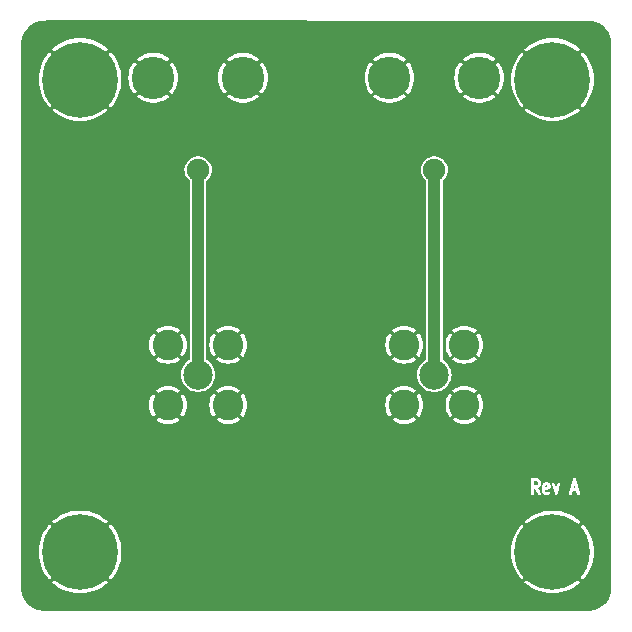
<source format=gtl>
%TF.GenerationSoftware,KiCad,Pcbnew,7.0.10-7.0.10~ubuntu22.04.1*%
%TF.CreationDate,2024-01-03T18:20:11-08:00*%
%TF.ProjectId,YamhillBNCAntennaBoard,59616d68-696c-46c4-924e-43416e74656e,A*%
%TF.SameCoordinates,Original*%
%TF.FileFunction,Copper,L1,Top*%
%TF.FilePolarity,Positive*%
%FSLAX46Y46*%
G04 Gerber Fmt 4.6, Leading zero omitted, Abs format (unit mm)*
G04 Created by KiCad (PCBNEW 7.0.10-7.0.10~ubuntu22.04.1) date 2024-01-03 18:20:11*
%MOMM*%
%LPD*%
G01*
G04 APERTURE LIST*
%ADD10C,0.250000*%
%TA.AperFunction,ComponentPad*%
%ADD11C,0.800000*%
%TD*%
%TA.AperFunction,ComponentPad*%
%ADD12C,6.400000*%
%TD*%
%TA.AperFunction,ComponentPad*%
%ADD13C,2.500000*%
%TD*%
%TA.AperFunction,ComponentPad*%
%ADD14C,2.600000*%
%TD*%
%TA.AperFunction,ComponentPad*%
%ADD15C,1.900000*%
%TD*%
%TA.AperFunction,ComponentPad*%
%ADD16C,3.600000*%
%TD*%
%TA.AperFunction,ViaPad*%
%ADD17C,0.600000*%
%TD*%
%TA.AperFunction,Conductor*%
%ADD18C,1.000000*%
%TD*%
G04 APERTURE END LIST*
D10*
G36*
X144583949Y-89383316D02*
G01*
X144602629Y-89428149D01*
X144379949Y-89481593D01*
X144379949Y-89436571D01*
X144402138Y-89383316D01*
X144432429Y-89365142D01*
X144553658Y-89365142D01*
X144583949Y-89383316D01*
G37*
G36*
X143696287Y-88993576D02*
G01*
X143718256Y-89019940D01*
X143748996Y-89093714D01*
X143748996Y-89215141D01*
X143718256Y-89288915D01*
X143696287Y-89315279D01*
X143648896Y-89343714D01*
X143427568Y-89343714D01*
X143427568Y-88965142D01*
X143648896Y-88965142D01*
X143696287Y-88993576D01*
G37*
G36*
X146947637Y-89572285D02*
G01*
X146800357Y-89572285D01*
X146873997Y-89307181D01*
X146947637Y-89572285D01*
G37*
G36*
X147503746Y-90336571D02*
G01*
X143006139Y-90336571D01*
X143006139Y-90040142D01*
X143177568Y-90040142D01*
X143197411Y-90107722D01*
X143250641Y-90153846D01*
X143320357Y-90163870D01*
X143384426Y-90134611D01*
X143422505Y-90075359D01*
X143427568Y-90040142D01*
X143427568Y-89593714D01*
X143468867Y-89593714D01*
X143766023Y-90103126D01*
X143817215Y-90151501D01*
X143886435Y-90164521D01*
X143951705Y-90138052D01*
X143992303Y-90080496D01*
X143995340Y-90010129D01*
X143981968Y-89977158D01*
X143918709Y-89868714D01*
X144129949Y-89868714D01*
X144131922Y-89875436D01*
X144130693Y-89882335D01*
X144139564Y-89916791D01*
X144187183Y-90031077D01*
X144200957Y-90048097D01*
X144210663Y-90067727D01*
X144228773Y-90082468D01*
X144231492Y-90085827D01*
X144233863Y-90086610D01*
X144238257Y-90090187D01*
X144333494Y-90147329D01*
X144349057Y-90151383D01*
X144362589Y-90160079D01*
X144397806Y-90165142D01*
X144588282Y-90165142D01*
X144603713Y-90160610D01*
X144619790Y-90161106D01*
X144652593Y-90147329D01*
X144747831Y-90090187D01*
X144795572Y-90038403D01*
X144807736Y-89969028D01*
X144780464Y-89904089D01*
X144722411Y-89864204D01*
X144652012Y-89862036D01*
X144619208Y-89875813D01*
X144553659Y-89915142D01*
X144432428Y-89915142D01*
X144402138Y-89896968D01*
X144379949Y-89843713D01*
X144379949Y-89738691D01*
X144760310Y-89647405D01*
X144786018Y-89632646D01*
X144812997Y-89620326D01*
X144816222Y-89615307D01*
X144821393Y-89612339D01*
X144835041Y-89586023D01*
X144851076Y-89561074D01*
X144852262Y-89552822D01*
X144853822Y-89549815D01*
X144853379Y-89545053D01*
X144856139Y-89525857D01*
X144856139Y-89411571D01*
X144854165Y-89404848D01*
X144855395Y-89397950D01*
X144846524Y-89363494D01*
X144798905Y-89249208D01*
X144791939Y-89240601D01*
X144939473Y-89240601D01*
X144944666Y-89275799D01*
X145182761Y-90075799D01*
X145201714Y-90105053D01*
X145220364Y-90134309D01*
X145220796Y-90134508D01*
X145221057Y-90134910D01*
X145252708Y-90149224D01*
X145284324Y-90163804D01*
X145284798Y-90163737D01*
X145285233Y-90163934D01*
X145319619Y-90158861D01*
X145354077Y-90154036D01*
X145354438Y-90153724D01*
X145354912Y-90153655D01*
X145381156Y-90130745D01*
X145407476Y-90108108D01*
X145407736Y-90107542D01*
X145407973Y-90107336D01*
X145408211Y-90106513D01*
X145422375Y-90075799D01*
X145442944Y-90006687D01*
X146420224Y-90006687D01*
X146421256Y-90077112D01*
X146460199Y-90135800D01*
X146524689Y-90164117D01*
X146594252Y-90153073D01*
X146646800Y-90106175D01*
X146661104Y-90073597D01*
X146730913Y-89822285D01*
X147017081Y-89822285D01*
X147086890Y-90073597D01*
X147124097Y-90133401D01*
X147187730Y-90163596D01*
X147257585Y-90154595D01*
X147311486Y-90109256D01*
X147332317Y-90041974D01*
X147327770Y-90006687D01*
X146994437Y-88806687D01*
X146993432Y-88805073D01*
X146993405Y-88803172D01*
X146974899Y-88775284D01*
X146957230Y-88746883D01*
X146955513Y-88746068D01*
X146954462Y-88744484D01*
X146923820Y-88731029D01*
X146893597Y-88716688D01*
X146891711Y-88716930D01*
X146889972Y-88716167D01*
X146856936Y-88721411D01*
X146823742Y-88725689D01*
X146822287Y-88726912D01*
X146820409Y-88727211D01*
X146795439Y-88749495D01*
X146769841Y-88771028D01*
X146769278Y-88772843D01*
X146767861Y-88774109D01*
X146753557Y-88806687D01*
X146420224Y-90006687D01*
X145442944Y-90006687D01*
X145660469Y-89275799D01*
X145660728Y-89205366D01*
X145622867Y-89145975D01*
X145558907Y-89116480D01*
X145489154Y-89126248D01*
X145435755Y-89172176D01*
X145420856Y-89204485D01*
X145302567Y-89601933D01*
X145184280Y-89204485D01*
X145145984Y-89145373D01*
X145081808Y-89116350D01*
X145012129Y-89126629D01*
X144959068Y-89172948D01*
X144939473Y-89240601D01*
X144791939Y-89240601D01*
X144785131Y-89232188D01*
X144775426Y-89212559D01*
X144757312Y-89197815D01*
X144754596Y-89194459D01*
X144752226Y-89193675D01*
X144747832Y-89190099D01*
X144652594Y-89132955D01*
X144637029Y-89128900D01*
X144623499Y-89120205D01*
X144588282Y-89115142D01*
X144397806Y-89115142D01*
X144382374Y-89119672D01*
X144366297Y-89119178D01*
X144333494Y-89132955D01*
X144238256Y-89190098D01*
X144223415Y-89206195D01*
X144205402Y-89218647D01*
X144193441Y-89238709D01*
X144190516Y-89241883D01*
X144190085Y-89244339D01*
X144187183Y-89249208D01*
X144139564Y-89363494D01*
X144138800Y-89370459D01*
X144135012Y-89376354D01*
X144129949Y-89411571D01*
X144129949Y-89868714D01*
X143918709Y-89868714D01*
X143747883Y-89575870D01*
X143843070Y-89518757D01*
X143845262Y-89516378D01*
X143848351Y-89515407D01*
X143874786Y-89491594D01*
X143922405Y-89434451D01*
X143922776Y-89433595D01*
X143923543Y-89433065D01*
X143941762Y-89402505D01*
X143989381Y-89288219D01*
X143990144Y-89281253D01*
X143993933Y-89275359D01*
X143998996Y-89240142D01*
X143998996Y-89068714D01*
X143997022Y-89061991D01*
X143998252Y-89055093D01*
X143989381Y-89020637D01*
X143941762Y-88906351D01*
X143941174Y-88905625D01*
X143941060Y-88904701D01*
X143922405Y-88874405D01*
X143874786Y-88817262D01*
X143872098Y-88815460D01*
X143870664Y-88812559D01*
X143843070Y-88790099D01*
X143747832Y-88732955D01*
X143732267Y-88728900D01*
X143718737Y-88720205D01*
X143683520Y-88715142D01*
X143302568Y-88715142D01*
X143293812Y-88717712D01*
X143284779Y-88716414D01*
X143260546Y-88727480D01*
X143234988Y-88734985D01*
X143229012Y-88741881D01*
X143220710Y-88745673D01*
X143206306Y-88768085D01*
X143188864Y-88788215D01*
X143187565Y-88797247D01*
X143182631Y-88804925D01*
X143177568Y-88840142D01*
X143177568Y-90040142D01*
X143006139Y-90040142D01*
X143006139Y-88543713D01*
X147503746Y-88543713D01*
X147503746Y-90336571D01*
G37*
D11*
%TO.P,H1,1,1*%
%TO.N,GND*%
X102600000Y-55000000D03*
X103302944Y-53302944D03*
X103302944Y-56697056D03*
X105000000Y-52600000D03*
D12*
X105000000Y-55000000D03*
D11*
X105000000Y-57400000D03*
X106697056Y-53302944D03*
X106697056Y-56697056D03*
X107400000Y-55000000D03*
%TD*%
D13*
%TO.P,J1,1,In*%
%TO.N,Net-(J1-In)*%
X115000000Y-80000000D03*
D14*
%TO.P,J1,2,Ext*%
%TO.N,GND*%
X112450000Y-77450000D03*
X112450000Y-82550000D03*
X117550000Y-77450000D03*
X117550000Y-82550000D03*
%TD*%
D11*
%TO.P,H4,1,1*%
%TO.N,GND*%
X142600000Y-55000000D03*
X143302944Y-53302944D03*
X143302944Y-56697056D03*
X145000000Y-52600000D03*
D12*
X145000000Y-55000000D03*
D11*
X145000000Y-57400000D03*
X146697056Y-53302944D03*
X146697056Y-56697056D03*
X147400000Y-55000000D03*
%TD*%
%TO.P,H3,1,1*%
%TO.N,GND*%
X142600000Y-95000000D03*
X143302944Y-93302944D03*
X143302944Y-96697056D03*
X145000000Y-92600000D03*
D12*
X145000000Y-95000000D03*
D11*
X145000000Y-97400000D03*
X146697056Y-93302944D03*
X146697056Y-96697056D03*
X147400000Y-95000000D03*
%TD*%
%TO.P,H2,1,1*%
%TO.N,GND*%
X102600000Y-95000000D03*
X103302944Y-93302944D03*
X103302944Y-96697056D03*
X105000000Y-92600000D03*
D12*
X105000000Y-95000000D03*
D11*
X105000000Y-97400000D03*
X106697056Y-93302944D03*
X106697056Y-96697056D03*
X107400000Y-95000000D03*
%TD*%
D15*
%TO.P,J3,1,In*%
%TO.N,Net-(J1-In)*%
X115000000Y-62650000D03*
D16*
%TO.P,J3,2,Ext*%
%TO.N,GND*%
X118800000Y-54850000D03*
X111200000Y-54850000D03*
%TD*%
D15*
%TO.P,J4,1,In*%
%TO.N,Net-(J2-In)*%
X135000000Y-62650000D03*
D16*
%TO.P,J4,2,Ext*%
%TO.N,GND*%
X138800000Y-54850000D03*
X131200000Y-54850000D03*
%TD*%
D13*
%TO.P,J2,1,In*%
%TO.N,Net-(J2-In)*%
X135000000Y-80000000D03*
D14*
%TO.P,J2,2,Ext*%
%TO.N,GND*%
X132450000Y-77450000D03*
X132450000Y-82550000D03*
X137550000Y-77450000D03*
X137550000Y-82550000D03*
%TD*%
D17*
%TO.N,GND*%
X122000000Y-99000000D03*
X142000000Y-99000000D03*
X149000000Y-87000000D03*
X147000000Y-51000000D03*
X101000000Y-87000000D03*
X149000000Y-77000000D03*
X101000000Y-72000000D03*
X122000000Y-51000000D03*
X112000000Y-99000000D03*
X142000000Y-51000000D03*
X127000000Y-51000000D03*
X149000000Y-67000000D03*
X149000000Y-97000000D03*
X149000000Y-52000000D03*
X149000000Y-82000000D03*
X101000000Y-57000000D03*
X101000000Y-52000000D03*
X107000000Y-99000000D03*
X132000000Y-51000000D03*
X117000000Y-51000000D03*
X127000000Y-99000000D03*
X102000000Y-51000000D03*
X149000000Y-72000000D03*
X137000000Y-99000000D03*
X101000000Y-62000000D03*
X101000000Y-67000000D03*
X112000000Y-51000000D03*
X107000000Y-51000000D03*
X149000000Y-62000000D03*
X149000000Y-57000000D03*
X137000000Y-51000000D03*
X101000000Y-82000000D03*
X149000000Y-92000000D03*
X132000000Y-99000000D03*
X101000000Y-97000000D03*
X102000000Y-99000000D03*
X147000000Y-99000000D03*
X101000000Y-92000000D03*
X101000000Y-77000000D03*
X117000000Y-99000000D03*
%TD*%
D18*
%TO.N,Net-(J1-In)*%
X115000000Y-62650000D02*
X115000000Y-80000000D01*
%TO.N,Net-(J2-In)*%
X135000000Y-62650000D02*
X135000000Y-80000000D01*
%TD*%
%TA.AperFunction,Conductor*%
%TO.N,GND*%
G36*
X106661385Y-96449253D02*
G01*
X106599511Y-96461561D01*
X106516816Y-96516816D01*
X106461561Y-96599511D01*
X106449253Y-96661385D01*
X106020456Y-96232588D01*
X106134870Y-96134870D01*
X106232588Y-96020456D01*
X106661385Y-96449253D01*
G37*
%TD.AperFunction*%
%TA.AperFunction,Conductor*%
G36*
X103865130Y-96134870D02*
G01*
X103979543Y-96232587D01*
X103550746Y-96661384D01*
X103538439Y-96599511D01*
X103483184Y-96516816D01*
X103400489Y-96461561D01*
X103338613Y-96449253D01*
X103767411Y-96020455D01*
X103865130Y-96134870D01*
G37*
%TD.AperFunction*%
%TA.AperFunction,Conductor*%
G36*
X103979544Y-93767411D02*
G01*
X103865130Y-93865130D01*
X103767411Y-93979544D01*
X103338613Y-93550746D01*
X103400489Y-93538439D01*
X103483184Y-93483184D01*
X103538439Y-93400489D01*
X103550746Y-93338613D01*
X103979544Y-93767411D01*
G37*
%TD.AperFunction*%
%TA.AperFunction,Conductor*%
G36*
X106461561Y-93400489D02*
G01*
X106516816Y-93483184D01*
X106599511Y-93538439D01*
X106661384Y-93550746D01*
X106232587Y-93979543D01*
X106134870Y-93865130D01*
X106020455Y-93767411D01*
X106449253Y-93338613D01*
X106461561Y-93400489D01*
G37*
%TD.AperFunction*%
%TA.AperFunction,Conductor*%
G36*
X146661385Y-96449253D02*
G01*
X146599511Y-96461561D01*
X146516816Y-96516816D01*
X146461561Y-96599511D01*
X146449253Y-96661385D01*
X146020456Y-96232588D01*
X146134870Y-96134870D01*
X146232588Y-96020456D01*
X146661385Y-96449253D01*
G37*
%TD.AperFunction*%
%TA.AperFunction,Conductor*%
G36*
X143865130Y-96134870D02*
G01*
X143979543Y-96232587D01*
X143550746Y-96661384D01*
X143538439Y-96599511D01*
X143483184Y-96516816D01*
X143400489Y-96461561D01*
X143338613Y-96449253D01*
X143767411Y-96020455D01*
X143865130Y-96134870D01*
G37*
%TD.AperFunction*%
%TA.AperFunction,Conductor*%
G36*
X143979544Y-93767411D02*
G01*
X143865130Y-93865130D01*
X143767411Y-93979544D01*
X143338613Y-93550746D01*
X143400489Y-93538439D01*
X143483184Y-93483184D01*
X143538439Y-93400489D01*
X143550746Y-93338613D01*
X143979544Y-93767411D01*
G37*
%TD.AperFunction*%
%TA.AperFunction,Conductor*%
G36*
X146461561Y-93400489D02*
G01*
X146516816Y-93483184D01*
X146599511Y-93538439D01*
X146661384Y-93550746D01*
X146232587Y-93979543D01*
X146134870Y-93865130D01*
X146020455Y-93767411D01*
X146449253Y-93338613D01*
X146461561Y-93400489D01*
G37*
%TD.AperFunction*%
%TA.AperFunction,Conductor*%
G36*
X106661385Y-56449253D02*
G01*
X106599511Y-56461561D01*
X106516816Y-56516816D01*
X106461561Y-56599511D01*
X106449253Y-56661385D01*
X106020456Y-56232588D01*
X106134870Y-56134870D01*
X106232588Y-56020456D01*
X106661385Y-56449253D01*
G37*
%TD.AperFunction*%
%TA.AperFunction,Conductor*%
G36*
X103865130Y-56134870D02*
G01*
X103979543Y-56232587D01*
X103550746Y-56661384D01*
X103538439Y-56599511D01*
X103483184Y-56516816D01*
X103400489Y-56461561D01*
X103338613Y-56449253D01*
X103767411Y-56020455D01*
X103865130Y-56134870D01*
G37*
%TD.AperFunction*%
%TA.AperFunction,Conductor*%
G36*
X103979544Y-53767411D02*
G01*
X103865130Y-53865130D01*
X103767411Y-53979544D01*
X103338613Y-53550746D01*
X103400489Y-53538439D01*
X103483184Y-53483184D01*
X103538439Y-53400489D01*
X103550746Y-53338613D01*
X103979544Y-53767411D01*
G37*
%TD.AperFunction*%
%TA.AperFunction,Conductor*%
G36*
X106461561Y-53400489D02*
G01*
X106516816Y-53483184D01*
X106599511Y-53538439D01*
X106661384Y-53550746D01*
X106232587Y-53979543D01*
X106134870Y-53865130D01*
X106020455Y-53767411D01*
X106449253Y-53338613D01*
X106461561Y-53400489D01*
G37*
%TD.AperFunction*%
%TA.AperFunction,Conductor*%
G36*
X146661385Y-56449253D02*
G01*
X146599511Y-56461561D01*
X146516816Y-56516816D01*
X146461561Y-56599511D01*
X146449253Y-56661385D01*
X146020456Y-56232588D01*
X146134870Y-56134870D01*
X146232588Y-56020456D01*
X146661385Y-56449253D01*
G37*
%TD.AperFunction*%
%TA.AperFunction,Conductor*%
G36*
X143865130Y-56134870D02*
G01*
X143979543Y-56232587D01*
X143550746Y-56661384D01*
X143538439Y-56599511D01*
X143483184Y-56516816D01*
X143400489Y-56461561D01*
X143338613Y-56449253D01*
X143767411Y-56020455D01*
X143865130Y-56134870D01*
G37*
%TD.AperFunction*%
%TA.AperFunction,Conductor*%
G36*
X143979544Y-53767411D02*
G01*
X143865130Y-53865130D01*
X143767411Y-53979544D01*
X143338613Y-53550746D01*
X143400489Y-53538439D01*
X143483184Y-53483184D01*
X143538439Y-53400489D01*
X143550746Y-53338613D01*
X143979544Y-53767411D01*
G37*
%TD.AperFunction*%
%TA.AperFunction,Conductor*%
G36*
X146461561Y-53400489D02*
G01*
X146516816Y-53483184D01*
X146599511Y-53538439D01*
X146661384Y-53550746D01*
X146232587Y-53979543D01*
X146134870Y-53865130D01*
X146020455Y-53767411D01*
X146449253Y-53338613D01*
X146461561Y-53400489D01*
G37*
%TD.AperFunction*%
%TA.AperFunction,Conductor*%
G36*
X124666055Y-50000948D02*
G01*
X124887981Y-50001067D01*
X124888183Y-50001067D01*
X124888222Y-50001081D01*
X124888223Y-50001068D01*
X136272024Y-50013226D01*
X148177832Y-50025943D01*
X148185686Y-50026370D01*
X148430663Y-50052841D01*
X148443547Y-50055409D01*
X148681984Y-50125420D01*
X148686985Y-50127085D01*
X148694671Y-50129952D01*
X148699540Y-50131968D01*
X148951239Y-50246914D01*
X148960503Y-50251973D01*
X149191047Y-50400134D01*
X149199500Y-50406462D01*
X149406610Y-50585924D01*
X149414075Y-50593389D01*
X149593537Y-50800499D01*
X149599865Y-50808952D01*
X149748026Y-51039496D01*
X149753086Y-51048762D01*
X149868031Y-51300457D01*
X149870052Y-51305337D01*
X149874513Y-51317297D01*
X149876181Y-51322310D01*
X149943606Y-51551939D01*
X149946180Y-51564880D01*
X149971523Y-51800717D01*
X149971947Y-51808632D01*
X149966958Y-98226211D01*
X149966534Y-98234117D01*
X149943675Y-98446643D01*
X149941102Y-98459577D01*
X149880306Y-98666630D01*
X149878637Y-98671643D01*
X149870048Y-98694670D01*
X149868027Y-98699550D01*
X149753086Y-98951237D01*
X149748026Y-98960503D01*
X149599865Y-99191047D01*
X149593537Y-99199500D01*
X149414075Y-99406610D01*
X149406610Y-99414075D01*
X149199500Y-99593537D01*
X149191047Y-99599865D01*
X148960503Y-99748026D01*
X148951237Y-99753086D01*
X148699542Y-99868031D01*
X148694661Y-99870052D01*
X148673641Y-99877892D01*
X148668648Y-99879554D01*
X148457480Y-99941558D01*
X148444571Y-99944128D01*
X148227805Y-99967505D01*
X148219920Y-99967932D01*
X102116357Y-99998592D01*
X102113691Y-99998546D01*
X101852439Y-99989302D01*
X101844525Y-99988595D01*
X101587590Y-99951653D01*
X101582391Y-99950715D01*
X101580668Y-99950340D01*
X101578542Y-99949877D01*
X101573430Y-99948572D01*
X101307930Y-99870614D01*
X101298038Y-99866925D01*
X101048763Y-99753086D01*
X101039496Y-99748026D01*
X100808952Y-99599865D01*
X100800499Y-99593537D01*
X100593389Y-99414075D01*
X100585924Y-99406610D01*
X100406462Y-99199500D01*
X100400134Y-99191047D01*
X100251973Y-98960503D01*
X100246913Y-98951236D01*
X100133074Y-98701961D01*
X100129385Y-98692069D01*
X100052175Y-98429116D01*
X100049930Y-98418799D01*
X100037632Y-98333264D01*
X100010742Y-98146234D01*
X100010037Y-98138350D01*
X100000547Y-97872635D01*
X100000500Y-97869994D01*
X100000500Y-95000000D01*
X101495197Y-95000000D01*
X101514397Y-95366355D01*
X101514397Y-95366356D01*
X101571783Y-95728683D01*
X101666735Y-96083046D01*
X101798201Y-96425527D01*
X101798205Y-96425538D01*
X101964746Y-96752393D01*
X102164556Y-97060073D01*
X102395426Y-97345173D01*
X102419060Y-97368807D01*
X103055141Y-96732725D01*
X103067449Y-96794601D01*
X103122704Y-96877296D01*
X103205399Y-96932551D01*
X103267272Y-96944858D01*
X102631192Y-97580939D01*
X102654826Y-97604573D01*
X102939926Y-97835443D01*
X103247606Y-98035253D01*
X103574461Y-98201794D01*
X103574472Y-98201798D01*
X103916953Y-98333264D01*
X104271316Y-98428216D01*
X104633643Y-98485602D01*
X105000000Y-98504802D01*
X105366355Y-98485602D01*
X105366356Y-98485602D01*
X105728683Y-98428216D01*
X106083046Y-98333264D01*
X106425527Y-98201798D01*
X106425538Y-98201794D01*
X106752393Y-98035253D01*
X107060073Y-97835443D01*
X107345173Y-97604573D01*
X107368806Y-97580938D01*
X106732726Y-96944858D01*
X106794601Y-96932551D01*
X106877296Y-96877296D01*
X106932551Y-96794601D01*
X106944858Y-96732726D01*
X107580938Y-97368806D01*
X107604573Y-97345173D01*
X107835443Y-97060073D01*
X108035253Y-96752393D01*
X108201794Y-96425538D01*
X108201798Y-96425527D01*
X108333264Y-96083046D01*
X108428216Y-95728683D01*
X108485602Y-95366356D01*
X108485602Y-95366355D01*
X108504802Y-95000000D01*
X141495197Y-95000000D01*
X141514397Y-95366355D01*
X141514397Y-95366356D01*
X141571783Y-95728683D01*
X141666735Y-96083046D01*
X141798201Y-96425527D01*
X141798205Y-96425538D01*
X141964746Y-96752393D01*
X142164556Y-97060073D01*
X142395426Y-97345173D01*
X142419060Y-97368807D01*
X143055141Y-96732725D01*
X143067449Y-96794601D01*
X143122704Y-96877296D01*
X143205399Y-96932551D01*
X143267272Y-96944858D01*
X142631192Y-97580939D01*
X142654826Y-97604573D01*
X142939926Y-97835443D01*
X143247606Y-98035253D01*
X143574461Y-98201794D01*
X143574472Y-98201798D01*
X143916953Y-98333264D01*
X144271316Y-98428216D01*
X144633643Y-98485602D01*
X145000000Y-98504802D01*
X145366355Y-98485602D01*
X145366356Y-98485602D01*
X145728683Y-98428216D01*
X146083046Y-98333264D01*
X146425527Y-98201798D01*
X146425538Y-98201794D01*
X146752393Y-98035253D01*
X147060073Y-97835443D01*
X147345173Y-97604573D01*
X147368806Y-97580938D01*
X146732726Y-96944858D01*
X146794601Y-96932551D01*
X146877296Y-96877296D01*
X146932551Y-96794601D01*
X146944858Y-96732726D01*
X147580938Y-97368806D01*
X147604573Y-97345173D01*
X147835443Y-97060073D01*
X148035253Y-96752393D01*
X148201794Y-96425538D01*
X148201798Y-96425527D01*
X148333264Y-96083046D01*
X148428216Y-95728683D01*
X148485602Y-95366356D01*
X148485602Y-95366355D01*
X148504802Y-95000000D01*
X148485602Y-94633644D01*
X148485602Y-94633643D01*
X148428216Y-94271316D01*
X148333264Y-93916953D01*
X148201794Y-93574461D01*
X148201791Y-93574456D01*
X148035253Y-93247607D01*
X147835443Y-92939926D01*
X147604573Y-92654826D01*
X147580939Y-92631192D01*
X146944858Y-93267272D01*
X146932551Y-93205399D01*
X146877296Y-93122704D01*
X146794601Y-93067449D01*
X146732725Y-93055141D01*
X147368807Y-92419060D01*
X147345173Y-92395426D01*
X147060073Y-92164556D01*
X146752393Y-91964746D01*
X146425538Y-91798205D01*
X146425527Y-91798201D01*
X146083046Y-91666735D01*
X145728683Y-91571783D01*
X145366356Y-91514397D01*
X145000000Y-91495197D01*
X144633644Y-91514397D01*
X144633643Y-91514397D01*
X144271316Y-91571783D01*
X143916953Y-91666735D01*
X143574461Y-91798205D01*
X143574456Y-91798208D01*
X143247607Y-91964746D01*
X142939926Y-92164556D01*
X142654827Y-92395425D01*
X142631192Y-92419059D01*
X143267274Y-93055141D01*
X143205399Y-93067449D01*
X143122704Y-93122704D01*
X143067449Y-93205399D01*
X143055141Y-93267274D01*
X142419059Y-92631192D01*
X142395425Y-92654827D01*
X142164556Y-92939926D01*
X141964746Y-93247607D01*
X141798208Y-93574456D01*
X141798205Y-93574461D01*
X141666735Y-93916953D01*
X141571783Y-94271316D01*
X141514397Y-94633643D01*
X141514397Y-94633644D01*
X141495197Y-95000000D01*
X108504802Y-95000000D01*
X108485602Y-94633644D01*
X108485602Y-94633643D01*
X108428216Y-94271316D01*
X108333264Y-93916953D01*
X108201794Y-93574461D01*
X108201791Y-93574456D01*
X108035253Y-93247607D01*
X107835443Y-92939926D01*
X107604573Y-92654826D01*
X107580939Y-92631192D01*
X106944858Y-93267272D01*
X106932551Y-93205399D01*
X106877296Y-93122704D01*
X106794601Y-93067449D01*
X106732725Y-93055141D01*
X107368807Y-92419060D01*
X107345173Y-92395426D01*
X107060073Y-92164556D01*
X106752393Y-91964746D01*
X106425538Y-91798205D01*
X106425527Y-91798201D01*
X106083046Y-91666735D01*
X105728683Y-91571783D01*
X105366356Y-91514397D01*
X105000000Y-91495197D01*
X104633644Y-91514397D01*
X104633643Y-91514397D01*
X104271316Y-91571783D01*
X103916953Y-91666735D01*
X103574461Y-91798205D01*
X103574456Y-91798208D01*
X103247607Y-91964746D01*
X102939926Y-92164556D01*
X102654827Y-92395425D01*
X102631192Y-92419059D01*
X103267274Y-93055141D01*
X103205399Y-93067449D01*
X103122704Y-93122704D01*
X103067449Y-93205399D01*
X103055141Y-93267274D01*
X102419059Y-92631192D01*
X102395425Y-92654827D01*
X102164556Y-92939926D01*
X101964746Y-93247607D01*
X101798208Y-93574456D01*
X101798205Y-93574461D01*
X101666735Y-93916953D01*
X101571783Y-94271316D01*
X101514397Y-94633643D01*
X101514397Y-94633644D01*
X101495197Y-95000000D01*
X100000500Y-95000000D01*
X100000500Y-88548498D01*
X143012188Y-88548498D01*
X143012188Y-90331786D01*
X147499022Y-90331786D01*
X147499022Y-88548498D01*
X143012188Y-88548498D01*
X100000500Y-88548498D01*
X100000500Y-82550000D01*
X110845052Y-82550000D01*
X110864811Y-82801069D01*
X110923602Y-83045952D01*
X111019982Y-83278633D01*
X111019986Y-83278640D01*
X111151569Y-83493364D01*
X111151572Y-83493369D01*
X111217410Y-83570455D01*
X111217411Y-83570455D01*
X111787908Y-82999957D01*
X111820577Y-83051948D01*
X111948052Y-83179423D01*
X112000041Y-83212090D01*
X111429543Y-83782588D01*
X111506636Y-83848430D01*
X111506637Y-83848431D01*
X111721359Y-83980013D01*
X111721366Y-83980017D01*
X111954047Y-84076397D01*
X112198930Y-84135188D01*
X112198929Y-84135188D01*
X112450000Y-84154947D01*
X112701069Y-84135188D01*
X112945952Y-84076397D01*
X113178633Y-83980017D01*
X113178640Y-83980013D01*
X113393362Y-83848431D01*
X113393363Y-83848430D01*
X113470455Y-83782588D01*
X113470455Y-83782587D01*
X112899958Y-83212090D01*
X112951948Y-83179423D01*
X113079423Y-83051948D01*
X113112090Y-82999958D01*
X113682587Y-83570455D01*
X113682588Y-83570455D01*
X113748430Y-83493363D01*
X113748431Y-83493362D01*
X113880013Y-83278640D01*
X113880017Y-83278633D01*
X113976397Y-83045952D01*
X114035188Y-82801069D01*
X114054947Y-82550000D01*
X115945052Y-82550000D01*
X115964811Y-82801069D01*
X116023602Y-83045952D01*
X116119982Y-83278633D01*
X116119986Y-83278640D01*
X116251569Y-83493364D01*
X116251572Y-83493369D01*
X116317410Y-83570455D01*
X116317411Y-83570455D01*
X116887908Y-82999957D01*
X116920577Y-83051948D01*
X117048052Y-83179423D01*
X117100041Y-83212090D01*
X116529543Y-83782588D01*
X116606636Y-83848430D01*
X116606637Y-83848431D01*
X116821359Y-83980013D01*
X116821366Y-83980017D01*
X117054047Y-84076397D01*
X117298930Y-84135188D01*
X117298929Y-84135188D01*
X117550000Y-84154947D01*
X117801069Y-84135188D01*
X118045952Y-84076397D01*
X118278633Y-83980017D01*
X118278640Y-83980013D01*
X118493362Y-83848431D01*
X118493363Y-83848430D01*
X118570455Y-83782588D01*
X118570455Y-83782587D01*
X117999958Y-83212090D01*
X118051948Y-83179423D01*
X118179423Y-83051948D01*
X118212090Y-82999958D01*
X118782587Y-83570455D01*
X118782588Y-83570455D01*
X118848430Y-83493363D01*
X118848431Y-83493362D01*
X118980013Y-83278640D01*
X118980017Y-83278633D01*
X119076397Y-83045952D01*
X119135188Y-82801069D01*
X119154947Y-82550000D01*
X130845052Y-82550000D01*
X130864811Y-82801069D01*
X130923602Y-83045952D01*
X131019982Y-83278633D01*
X131019986Y-83278640D01*
X131151569Y-83493364D01*
X131151572Y-83493369D01*
X131217410Y-83570455D01*
X131217411Y-83570455D01*
X131787908Y-82999957D01*
X131820577Y-83051948D01*
X131948052Y-83179423D01*
X132000041Y-83212089D01*
X131429542Y-83782588D01*
X131506636Y-83848430D01*
X131506637Y-83848431D01*
X131721359Y-83980013D01*
X131721366Y-83980017D01*
X131954047Y-84076397D01*
X132198930Y-84135188D01*
X132198929Y-84135188D01*
X132450000Y-84154947D01*
X132701069Y-84135188D01*
X132945952Y-84076397D01*
X133178633Y-83980017D01*
X133178640Y-83980013D01*
X133393362Y-83848431D01*
X133393363Y-83848430D01*
X133470455Y-83782588D01*
X133470455Y-83782587D01*
X132899958Y-83212090D01*
X132951948Y-83179423D01*
X133079423Y-83051948D01*
X133112090Y-82999958D01*
X133682587Y-83570455D01*
X133682588Y-83570455D01*
X133748430Y-83493363D01*
X133748431Y-83493362D01*
X133880013Y-83278640D01*
X133880017Y-83278633D01*
X133976397Y-83045952D01*
X134035188Y-82801069D01*
X134054947Y-82550000D01*
X135945052Y-82550000D01*
X135964811Y-82801069D01*
X136023602Y-83045952D01*
X136119982Y-83278633D01*
X136119986Y-83278640D01*
X136251569Y-83493364D01*
X136251572Y-83493369D01*
X136317410Y-83570455D01*
X136317411Y-83570455D01*
X136887908Y-82999957D01*
X136920577Y-83051948D01*
X137048052Y-83179423D01*
X137100041Y-83212090D01*
X136529543Y-83782588D01*
X136606636Y-83848430D01*
X136606637Y-83848431D01*
X136821359Y-83980013D01*
X136821366Y-83980017D01*
X137054047Y-84076397D01*
X137298930Y-84135188D01*
X137298929Y-84135188D01*
X137550000Y-84154947D01*
X137801069Y-84135188D01*
X138045952Y-84076397D01*
X138278633Y-83980017D01*
X138278640Y-83980013D01*
X138493362Y-83848431D01*
X138493363Y-83848430D01*
X138570455Y-83782588D01*
X138570455Y-83782587D01*
X137999958Y-83212090D01*
X138051948Y-83179423D01*
X138179423Y-83051948D01*
X138212090Y-82999958D01*
X138782587Y-83570455D01*
X138782588Y-83570455D01*
X138848430Y-83493363D01*
X138848431Y-83493362D01*
X138980013Y-83278640D01*
X138980017Y-83278633D01*
X139076397Y-83045952D01*
X139135188Y-82801069D01*
X139154947Y-82550000D01*
X139135188Y-82298930D01*
X139076397Y-82054047D01*
X138980017Y-81821366D01*
X138980013Y-81821359D01*
X138848431Y-81606637D01*
X138848430Y-81606636D01*
X138782588Y-81529543D01*
X138212089Y-82100041D01*
X138179423Y-82048052D01*
X138051948Y-81920577D01*
X137999957Y-81887908D01*
X138570455Y-81317411D01*
X138570455Y-81317410D01*
X138493369Y-81251572D01*
X138493364Y-81251569D01*
X138278640Y-81119986D01*
X138278633Y-81119982D01*
X138045952Y-81023602D01*
X137801069Y-80964811D01*
X137801070Y-80964811D01*
X137550000Y-80945052D01*
X137298930Y-80964811D01*
X137054047Y-81023602D01*
X136821366Y-81119982D01*
X136821359Y-81119986D01*
X136606635Y-81251569D01*
X136606630Y-81251572D01*
X136529543Y-81317410D01*
X136529543Y-81317411D01*
X137100041Y-81887909D01*
X137048052Y-81920577D01*
X136920577Y-82048052D01*
X136887909Y-82100041D01*
X136317411Y-81529543D01*
X136317410Y-81529543D01*
X136251572Y-81606630D01*
X136251569Y-81606635D01*
X136119986Y-81821359D01*
X136119982Y-81821366D01*
X136023602Y-82054047D01*
X135964811Y-82298930D01*
X135945052Y-82550000D01*
X134054947Y-82550000D01*
X134035188Y-82298930D01*
X133976397Y-82054047D01*
X133880017Y-81821366D01*
X133880013Y-81821359D01*
X133748431Y-81606637D01*
X133748430Y-81606636D01*
X133682588Y-81529543D01*
X133112089Y-82100041D01*
X133079423Y-82048052D01*
X132951948Y-81920577D01*
X132899957Y-81887908D01*
X133470455Y-81317411D01*
X133470455Y-81317410D01*
X133393369Y-81251572D01*
X133393364Y-81251569D01*
X133178640Y-81119986D01*
X133178633Y-81119982D01*
X132945952Y-81023602D01*
X132701069Y-80964811D01*
X132701070Y-80964811D01*
X132450000Y-80945052D01*
X132198930Y-80964811D01*
X131954047Y-81023602D01*
X131721366Y-81119982D01*
X131721359Y-81119986D01*
X131506635Y-81251569D01*
X131506630Y-81251572D01*
X131429543Y-81317410D01*
X131429543Y-81317411D01*
X132000041Y-81887909D01*
X131948052Y-81920577D01*
X131820577Y-82048052D01*
X131787909Y-82100041D01*
X131217411Y-81529543D01*
X131217410Y-81529543D01*
X131151572Y-81606630D01*
X131151569Y-81606635D01*
X131019986Y-81821359D01*
X131019982Y-81821366D01*
X130923602Y-82054047D01*
X130864811Y-82298930D01*
X130845052Y-82550000D01*
X119154947Y-82550000D01*
X119135188Y-82298930D01*
X119076397Y-82054047D01*
X118980017Y-81821366D01*
X118980013Y-81821359D01*
X118848431Y-81606637D01*
X118848430Y-81606636D01*
X118782588Y-81529543D01*
X118212089Y-82100041D01*
X118179423Y-82048052D01*
X118051948Y-81920577D01*
X117999957Y-81887908D01*
X118570455Y-81317411D01*
X118570455Y-81317410D01*
X118493369Y-81251572D01*
X118493364Y-81251569D01*
X118278640Y-81119986D01*
X118278633Y-81119982D01*
X118045952Y-81023602D01*
X117801069Y-80964811D01*
X117801070Y-80964811D01*
X117550000Y-80945052D01*
X117298930Y-80964811D01*
X117054047Y-81023602D01*
X116821366Y-81119982D01*
X116821359Y-81119986D01*
X116606635Y-81251569D01*
X116606630Y-81251572D01*
X116529543Y-81317410D01*
X116529543Y-81317411D01*
X117100041Y-81887909D01*
X117048052Y-81920577D01*
X116920577Y-82048052D01*
X116887909Y-82100041D01*
X116317411Y-81529543D01*
X116317410Y-81529543D01*
X116251572Y-81606630D01*
X116251569Y-81606635D01*
X116119986Y-81821359D01*
X116119982Y-81821366D01*
X116023602Y-82054047D01*
X115964811Y-82298930D01*
X115945052Y-82550000D01*
X114054947Y-82550000D01*
X114035188Y-82298930D01*
X113976397Y-82054047D01*
X113880017Y-81821366D01*
X113880013Y-81821359D01*
X113748431Y-81606637D01*
X113748430Y-81606636D01*
X113682588Y-81529543D01*
X113112089Y-82100041D01*
X113079423Y-82048052D01*
X112951948Y-81920577D01*
X112899957Y-81887908D01*
X113470455Y-81317411D01*
X113470455Y-81317410D01*
X113393369Y-81251572D01*
X113393364Y-81251569D01*
X113178640Y-81119986D01*
X113178633Y-81119982D01*
X112945952Y-81023602D01*
X112701069Y-80964811D01*
X112701070Y-80964811D01*
X112450000Y-80945052D01*
X112198930Y-80964811D01*
X111954047Y-81023602D01*
X111721366Y-81119982D01*
X111721359Y-81119986D01*
X111506635Y-81251569D01*
X111506630Y-81251572D01*
X111429543Y-81317410D01*
X111429543Y-81317411D01*
X112000041Y-81887909D01*
X111948052Y-81920577D01*
X111820577Y-82048052D01*
X111787909Y-82100041D01*
X111217411Y-81529543D01*
X111217410Y-81529543D01*
X111151572Y-81606630D01*
X111151569Y-81606635D01*
X111019986Y-81821359D01*
X111019982Y-81821366D01*
X110923602Y-82054047D01*
X110864811Y-82298930D01*
X110845052Y-82550000D01*
X100000500Y-82550000D01*
X100000500Y-80000003D01*
X113544529Y-80000003D01*
X113564378Y-80239556D01*
X113564378Y-80239557D01*
X113623392Y-80472597D01*
X113719951Y-80692728D01*
X113851429Y-80893969D01*
X114014236Y-81070825D01*
X114203933Y-81218472D01*
X114415344Y-81332882D01*
X114642703Y-81410934D01*
X114879808Y-81450500D01*
X115120192Y-81450500D01*
X115357297Y-81410934D01*
X115584656Y-81332882D01*
X115796067Y-81218472D01*
X115985764Y-81070825D01*
X116148571Y-80893969D01*
X116280049Y-80692728D01*
X116376610Y-80472591D01*
X116435620Y-80239563D01*
X116435620Y-80239559D01*
X116435621Y-80239557D01*
X116435621Y-80239556D01*
X116455471Y-80000003D01*
X133544529Y-80000003D01*
X133564378Y-80239556D01*
X133564378Y-80239557D01*
X133623392Y-80472597D01*
X133719951Y-80692728D01*
X133851429Y-80893969D01*
X134014236Y-81070825D01*
X134203933Y-81218472D01*
X134415344Y-81332882D01*
X134642703Y-81410934D01*
X134879808Y-81450500D01*
X135120192Y-81450500D01*
X135357297Y-81410934D01*
X135584656Y-81332882D01*
X135796067Y-81218472D01*
X135985764Y-81070825D01*
X136148571Y-80893969D01*
X136280049Y-80692728D01*
X136376610Y-80472591D01*
X136435620Y-80239563D01*
X136435620Y-80239559D01*
X136435621Y-80239557D01*
X136435621Y-80239556D01*
X136455471Y-80000003D01*
X136455471Y-79999996D01*
X136435621Y-79760443D01*
X136435621Y-79760442D01*
X136435620Y-79760437D01*
X136376610Y-79527409D01*
X136280049Y-79307272D01*
X136148571Y-79106031D01*
X135985764Y-78929175D01*
X135922601Y-78880013D01*
X135796071Y-78781530D01*
X135783164Y-78774545D01*
X135739278Y-78750794D01*
X135705686Y-78712930D01*
X135700500Y-78685715D01*
X135700500Y-77450000D01*
X135945052Y-77450000D01*
X135964811Y-77701069D01*
X136023602Y-77945952D01*
X136119982Y-78178633D01*
X136119986Y-78178640D01*
X136251569Y-78393364D01*
X136251572Y-78393369D01*
X136317410Y-78470455D01*
X136317411Y-78470455D01*
X136887908Y-77899957D01*
X136920577Y-77951948D01*
X137048052Y-78079423D01*
X137100041Y-78112090D01*
X136529543Y-78682588D01*
X136606636Y-78748430D01*
X136606637Y-78748431D01*
X136821359Y-78880013D01*
X136821366Y-78880017D01*
X137054047Y-78976397D01*
X137298930Y-79035188D01*
X137298929Y-79035188D01*
X137550000Y-79054947D01*
X137801069Y-79035188D01*
X138045952Y-78976397D01*
X138278633Y-78880017D01*
X138278640Y-78880013D01*
X138493362Y-78748431D01*
X138493363Y-78748430D01*
X138570455Y-78682588D01*
X138570455Y-78682587D01*
X137999958Y-78112090D01*
X138051948Y-78079423D01*
X138179423Y-77951948D01*
X138212090Y-77899958D01*
X138782587Y-78470455D01*
X138782588Y-78470455D01*
X138848430Y-78393363D01*
X138848431Y-78393362D01*
X138980013Y-78178640D01*
X138980017Y-78178633D01*
X139076397Y-77945952D01*
X139135188Y-77701069D01*
X139154947Y-77450000D01*
X139135188Y-77198930D01*
X139076397Y-76954047D01*
X138980017Y-76721366D01*
X138980013Y-76721359D01*
X138848431Y-76506637D01*
X138848430Y-76506636D01*
X138782588Y-76429543D01*
X138212089Y-77000041D01*
X138179423Y-76948052D01*
X138051948Y-76820577D01*
X137999957Y-76787908D01*
X138570455Y-76217411D01*
X138570455Y-76217410D01*
X138493369Y-76151572D01*
X138493364Y-76151569D01*
X138278640Y-76019986D01*
X138278633Y-76019982D01*
X138045952Y-75923602D01*
X137801069Y-75864811D01*
X137801070Y-75864811D01*
X137550000Y-75845052D01*
X137298930Y-75864811D01*
X137054047Y-75923602D01*
X136821366Y-76019982D01*
X136821359Y-76019986D01*
X136606635Y-76151569D01*
X136606630Y-76151572D01*
X136529543Y-76217410D01*
X136529543Y-76217411D01*
X137100041Y-76787909D01*
X137048052Y-76820577D01*
X136920577Y-76948052D01*
X136887909Y-77000041D01*
X136317411Y-76429543D01*
X136317410Y-76429543D01*
X136251572Y-76506630D01*
X136251569Y-76506635D01*
X136119986Y-76721359D01*
X136119982Y-76721366D01*
X136023602Y-76954047D01*
X135964811Y-77198930D01*
X135945052Y-77450000D01*
X135700500Y-77450000D01*
X135700500Y-63600898D01*
X135717813Y-63553332D01*
X135724647Y-63546211D01*
X135853872Y-63428407D01*
X135982366Y-63258255D01*
X136077405Y-63067389D01*
X136135756Y-62862310D01*
X136155429Y-62650000D01*
X136135756Y-62437690D01*
X136077405Y-62232611D01*
X135982366Y-62041745D01*
X135853872Y-61871593D01*
X135696302Y-61727948D01*
X135515019Y-61615702D01*
X135316198Y-61538679D01*
X135224150Y-61521472D01*
X135106613Y-61499500D01*
X135106610Y-61499500D01*
X134893390Y-61499500D01*
X134893386Y-61499500D01*
X134736670Y-61528796D01*
X134683802Y-61538679D01*
X134683800Y-61538679D01*
X134683798Y-61538680D01*
X134484986Y-61615700D01*
X134484981Y-61615702D01*
X134484976Y-61615704D01*
X134484976Y-61615705D01*
X134303700Y-61727946D01*
X134146130Y-61871590D01*
X134017636Y-62041741D01*
X134017632Y-62041747D01*
X133922596Y-62232606D01*
X133922593Y-62232616D01*
X133864243Y-62437690D01*
X133864242Y-62437696D01*
X133844571Y-62649996D01*
X133844571Y-62650003D01*
X133864242Y-62862303D01*
X133864243Y-62862309D01*
X133922593Y-63067383D01*
X133922596Y-63067393D01*
X134017632Y-63258252D01*
X134017636Y-63258258D01*
X134146130Y-63428409D01*
X134275353Y-63546211D01*
X134298842Y-63591051D01*
X134299500Y-63600898D01*
X134299500Y-78685715D01*
X134282187Y-78733281D01*
X134260723Y-78750794D01*
X134235594Y-78764393D01*
X134203928Y-78781530D01*
X134014234Y-78929176D01*
X133851427Y-79106033D01*
X133719951Y-79307271D01*
X133623392Y-79527402D01*
X133564378Y-79760442D01*
X133564378Y-79760443D01*
X133544529Y-79999996D01*
X133544529Y-80000003D01*
X116455471Y-80000003D01*
X116455471Y-79999996D01*
X116435621Y-79760443D01*
X116435621Y-79760442D01*
X116435620Y-79760437D01*
X116376610Y-79527409D01*
X116280049Y-79307272D01*
X116148571Y-79106031D01*
X115985764Y-78929175D01*
X115922601Y-78880013D01*
X115796071Y-78781530D01*
X115783164Y-78774545D01*
X115739278Y-78750794D01*
X115705686Y-78712930D01*
X115700500Y-78685715D01*
X115700500Y-77450000D01*
X115945052Y-77450000D01*
X115964811Y-77701069D01*
X116023602Y-77945952D01*
X116119982Y-78178633D01*
X116119986Y-78178640D01*
X116251569Y-78393364D01*
X116251572Y-78393369D01*
X116317410Y-78470455D01*
X116317411Y-78470455D01*
X116887908Y-77899957D01*
X116920577Y-77951948D01*
X117048052Y-78079423D01*
X117100041Y-78112090D01*
X116529543Y-78682588D01*
X116606636Y-78748430D01*
X116606637Y-78748431D01*
X116821359Y-78880013D01*
X116821366Y-78880017D01*
X117054047Y-78976397D01*
X117298930Y-79035188D01*
X117298929Y-79035188D01*
X117550000Y-79054947D01*
X117801069Y-79035188D01*
X118045952Y-78976397D01*
X118278633Y-78880017D01*
X118278640Y-78880013D01*
X118493362Y-78748431D01*
X118493363Y-78748430D01*
X118570455Y-78682588D01*
X118570455Y-78682587D01*
X117999958Y-78112090D01*
X118051948Y-78079423D01*
X118179423Y-77951948D01*
X118212090Y-77899958D01*
X118782587Y-78470455D01*
X118782588Y-78470455D01*
X118848430Y-78393363D01*
X118848431Y-78393362D01*
X118980013Y-78178640D01*
X118980017Y-78178633D01*
X119076397Y-77945952D01*
X119135188Y-77701069D01*
X119154947Y-77450000D01*
X130845052Y-77450000D01*
X130864811Y-77701069D01*
X130923602Y-77945952D01*
X131019982Y-78178633D01*
X131019986Y-78178640D01*
X131151569Y-78393364D01*
X131151572Y-78393369D01*
X131217410Y-78470455D01*
X131217411Y-78470455D01*
X131787908Y-77899957D01*
X131820577Y-77951948D01*
X131948052Y-78079423D01*
X132000041Y-78112090D01*
X131429543Y-78682588D01*
X131506636Y-78748430D01*
X131506637Y-78748431D01*
X131721359Y-78880013D01*
X131721366Y-78880017D01*
X131954047Y-78976397D01*
X132198930Y-79035188D01*
X132198929Y-79035188D01*
X132450000Y-79054947D01*
X132701069Y-79035188D01*
X132945952Y-78976397D01*
X133178633Y-78880017D01*
X133178640Y-78880013D01*
X133393362Y-78748431D01*
X133393363Y-78748430D01*
X133470455Y-78682588D01*
X133470455Y-78682587D01*
X132899958Y-78112090D01*
X132951948Y-78079423D01*
X133079423Y-77951948D01*
X133112090Y-77899958D01*
X133682587Y-78470455D01*
X133682588Y-78470455D01*
X133748430Y-78393363D01*
X133748431Y-78393362D01*
X133880013Y-78178640D01*
X133880017Y-78178633D01*
X133976397Y-77945952D01*
X134035188Y-77701069D01*
X134054947Y-77450000D01*
X134035188Y-77198930D01*
X133976397Y-76954047D01*
X133880017Y-76721366D01*
X133880013Y-76721359D01*
X133748431Y-76506637D01*
X133748430Y-76506636D01*
X133682588Y-76429543D01*
X133112089Y-77000041D01*
X133079423Y-76948052D01*
X132951948Y-76820577D01*
X132899957Y-76787908D01*
X133470455Y-76217411D01*
X133470455Y-76217410D01*
X133393369Y-76151572D01*
X133393364Y-76151569D01*
X133178640Y-76019986D01*
X133178633Y-76019982D01*
X132945952Y-75923602D01*
X132701069Y-75864811D01*
X132701070Y-75864811D01*
X132450000Y-75845052D01*
X132198930Y-75864811D01*
X131954047Y-75923602D01*
X131721366Y-76019982D01*
X131721359Y-76019986D01*
X131506635Y-76151569D01*
X131506630Y-76151572D01*
X131429543Y-76217410D01*
X131429543Y-76217411D01*
X132000041Y-76787909D01*
X131948052Y-76820577D01*
X131820577Y-76948052D01*
X131787909Y-77000041D01*
X131217411Y-76429543D01*
X131217410Y-76429543D01*
X131151572Y-76506630D01*
X131151569Y-76506635D01*
X131019986Y-76721359D01*
X131019982Y-76721366D01*
X130923602Y-76954047D01*
X130864811Y-77198930D01*
X130845052Y-77450000D01*
X119154947Y-77450000D01*
X119135188Y-77198930D01*
X119076397Y-76954047D01*
X118980017Y-76721366D01*
X118980013Y-76721359D01*
X118848431Y-76506637D01*
X118848430Y-76506636D01*
X118782588Y-76429543D01*
X118212089Y-77000041D01*
X118179423Y-76948052D01*
X118051948Y-76820577D01*
X117999957Y-76787908D01*
X118570455Y-76217411D01*
X118570455Y-76217410D01*
X118493369Y-76151572D01*
X118493364Y-76151569D01*
X118278640Y-76019986D01*
X118278633Y-76019982D01*
X118045952Y-75923602D01*
X117801069Y-75864811D01*
X117801070Y-75864811D01*
X117550000Y-75845052D01*
X117298930Y-75864811D01*
X117054047Y-75923602D01*
X116821366Y-76019982D01*
X116821359Y-76019986D01*
X116606635Y-76151569D01*
X116606630Y-76151572D01*
X116529543Y-76217410D01*
X116529543Y-76217411D01*
X117100041Y-76787909D01*
X117048052Y-76820577D01*
X116920577Y-76948052D01*
X116887909Y-77000041D01*
X116317411Y-76429543D01*
X116317410Y-76429543D01*
X116251572Y-76506630D01*
X116251569Y-76506635D01*
X116119986Y-76721359D01*
X116119982Y-76721366D01*
X116023602Y-76954047D01*
X115964811Y-77198930D01*
X115945052Y-77450000D01*
X115700500Y-77450000D01*
X115700500Y-63600898D01*
X115717813Y-63553332D01*
X115724647Y-63546211D01*
X115853872Y-63428407D01*
X115982366Y-63258255D01*
X116077405Y-63067389D01*
X116135756Y-62862310D01*
X116155429Y-62650000D01*
X116135756Y-62437690D01*
X116077405Y-62232611D01*
X115982366Y-62041745D01*
X115853872Y-61871593D01*
X115696302Y-61727948D01*
X115515019Y-61615702D01*
X115316198Y-61538679D01*
X115224150Y-61521472D01*
X115106613Y-61499500D01*
X115106610Y-61499500D01*
X114893390Y-61499500D01*
X114893386Y-61499500D01*
X114736670Y-61528796D01*
X114683802Y-61538679D01*
X114683800Y-61538679D01*
X114683798Y-61538680D01*
X114484986Y-61615700D01*
X114484981Y-61615702D01*
X114484976Y-61615704D01*
X114484976Y-61615705D01*
X114303700Y-61727946D01*
X114146130Y-61871590D01*
X114017636Y-62041741D01*
X114017632Y-62041747D01*
X113922596Y-62232606D01*
X113922593Y-62232616D01*
X113864243Y-62437690D01*
X113864242Y-62437696D01*
X113844571Y-62649996D01*
X113844571Y-62650003D01*
X113864242Y-62862303D01*
X113864243Y-62862309D01*
X113922593Y-63067383D01*
X113922596Y-63067393D01*
X114017632Y-63258252D01*
X114017636Y-63258258D01*
X114146130Y-63428409D01*
X114275353Y-63546211D01*
X114298842Y-63591051D01*
X114299500Y-63600898D01*
X114299500Y-78685715D01*
X114282187Y-78733281D01*
X114260723Y-78750794D01*
X114235594Y-78764393D01*
X114203928Y-78781530D01*
X114014234Y-78929176D01*
X113851427Y-79106033D01*
X113719951Y-79307271D01*
X113623392Y-79527402D01*
X113564378Y-79760442D01*
X113564378Y-79760443D01*
X113544529Y-79999996D01*
X113544529Y-80000003D01*
X100000500Y-80000003D01*
X100000500Y-77450000D01*
X110845052Y-77450000D01*
X110864811Y-77701069D01*
X110923602Y-77945952D01*
X111019982Y-78178633D01*
X111019986Y-78178640D01*
X111151569Y-78393364D01*
X111151572Y-78393369D01*
X111217410Y-78470455D01*
X111217411Y-78470455D01*
X111787908Y-77899957D01*
X111820577Y-77951948D01*
X111948052Y-78079423D01*
X112000041Y-78112090D01*
X111429543Y-78682588D01*
X111506636Y-78748430D01*
X111506637Y-78748431D01*
X111721359Y-78880013D01*
X111721366Y-78880017D01*
X111954047Y-78976397D01*
X112198930Y-79035188D01*
X112198929Y-79035188D01*
X112450000Y-79054947D01*
X112701069Y-79035188D01*
X112945952Y-78976397D01*
X113178633Y-78880017D01*
X113178640Y-78880013D01*
X113393362Y-78748431D01*
X113393363Y-78748430D01*
X113470455Y-78682588D01*
X113470455Y-78682587D01*
X112899958Y-78112090D01*
X112951948Y-78079423D01*
X113079423Y-77951948D01*
X113112090Y-77899958D01*
X113682587Y-78470455D01*
X113682588Y-78470455D01*
X113748430Y-78393363D01*
X113748431Y-78393362D01*
X113880013Y-78178640D01*
X113880017Y-78178633D01*
X113976397Y-77945952D01*
X114035188Y-77701069D01*
X114054947Y-77450000D01*
X114035188Y-77198930D01*
X113976397Y-76954047D01*
X113880017Y-76721366D01*
X113880013Y-76721359D01*
X113748431Y-76506637D01*
X113748430Y-76506636D01*
X113682588Y-76429543D01*
X113112089Y-77000041D01*
X113079423Y-76948052D01*
X112951948Y-76820577D01*
X112899957Y-76787908D01*
X113470455Y-76217411D01*
X113470455Y-76217410D01*
X113393369Y-76151572D01*
X113393364Y-76151569D01*
X113178640Y-76019986D01*
X113178633Y-76019982D01*
X112945952Y-75923602D01*
X112701069Y-75864811D01*
X112701070Y-75864811D01*
X112450000Y-75845052D01*
X112198930Y-75864811D01*
X111954047Y-75923602D01*
X111721366Y-76019982D01*
X111721359Y-76019986D01*
X111506635Y-76151569D01*
X111506630Y-76151572D01*
X111429543Y-76217410D01*
X111429543Y-76217411D01*
X112000041Y-76787909D01*
X111948052Y-76820577D01*
X111820577Y-76948052D01*
X111787909Y-77000041D01*
X111217411Y-76429543D01*
X111217410Y-76429543D01*
X111151572Y-76506630D01*
X111151569Y-76506635D01*
X111019986Y-76721359D01*
X111019982Y-76721366D01*
X110923602Y-76954047D01*
X110864811Y-77198930D01*
X110845052Y-77450000D01*
X100000500Y-77450000D01*
X100000500Y-55000000D01*
X101495197Y-55000000D01*
X101514397Y-55366355D01*
X101514397Y-55366356D01*
X101571783Y-55728683D01*
X101666735Y-56083046D01*
X101798201Y-56425527D01*
X101798205Y-56425538D01*
X101964746Y-56752393D01*
X102164556Y-57060073D01*
X102395426Y-57345173D01*
X102419060Y-57368807D01*
X103055141Y-56732725D01*
X103067449Y-56794601D01*
X103122704Y-56877296D01*
X103205399Y-56932551D01*
X103267272Y-56944858D01*
X102631192Y-57580939D01*
X102654826Y-57604573D01*
X102939926Y-57835443D01*
X103247606Y-58035253D01*
X103574461Y-58201794D01*
X103574472Y-58201798D01*
X103916953Y-58333264D01*
X104271316Y-58428216D01*
X104633643Y-58485602D01*
X105000000Y-58504802D01*
X105366355Y-58485602D01*
X105366356Y-58485602D01*
X105728683Y-58428216D01*
X106083046Y-58333264D01*
X106425527Y-58201798D01*
X106425538Y-58201794D01*
X106752393Y-58035253D01*
X107060073Y-57835443D01*
X107345173Y-57604573D01*
X107368806Y-57580938D01*
X106732726Y-56944858D01*
X106794601Y-56932551D01*
X106877296Y-56877296D01*
X106932551Y-56794601D01*
X106944858Y-56732726D01*
X107580938Y-57368806D01*
X107604573Y-57345173D01*
X107835443Y-57060073D01*
X108035253Y-56752393D01*
X108201794Y-56425538D01*
X108201798Y-56425527D01*
X108333264Y-56083046D01*
X108428216Y-55728683D01*
X108485602Y-55366356D01*
X108485602Y-55366355D01*
X108504802Y-55000000D01*
X108496941Y-54850007D01*
X109095093Y-54850007D01*
X109114696Y-55136609D01*
X109114699Y-55136629D01*
X109173146Y-55417888D01*
X109173151Y-55417906D01*
X109269353Y-55688591D01*
X109401528Y-55943679D01*
X109567201Y-56178383D01*
X109611766Y-56226099D01*
X109611767Y-56226100D01*
X110466404Y-55371462D01*
X110527486Y-55455534D01*
X110668080Y-55582126D01*
X110675640Y-55586490D01*
X109824219Y-56437911D01*
X109986142Y-56569645D01*
X109986150Y-56569651D01*
X110231606Y-56718915D01*
X110231609Y-56718917D01*
X110495111Y-56833372D01*
X110771745Y-56910881D01*
X111056351Y-56949999D01*
X111056363Y-56950000D01*
X111343637Y-56950000D01*
X111343648Y-56949999D01*
X111628254Y-56910881D01*
X111904888Y-56833372D01*
X112168390Y-56718917D01*
X112168393Y-56718915D01*
X112413849Y-56569651D01*
X112413857Y-56569645D01*
X112575779Y-56437911D01*
X111724359Y-55586491D01*
X111731920Y-55582126D01*
X111872514Y-55455534D01*
X111933595Y-55371463D01*
X112788231Y-56226099D01*
X112832801Y-56178379D01*
X112998471Y-55943679D01*
X113130646Y-55688591D01*
X113226848Y-55417906D01*
X113226853Y-55417888D01*
X113285300Y-55136629D01*
X113285303Y-55136609D01*
X113304907Y-54850007D01*
X116695093Y-54850007D01*
X116714696Y-55136609D01*
X116714699Y-55136629D01*
X116773146Y-55417888D01*
X116773151Y-55417906D01*
X116869353Y-55688591D01*
X117001528Y-55943679D01*
X117167201Y-56178383D01*
X117211766Y-56226099D01*
X117211767Y-56226100D01*
X118066404Y-55371462D01*
X118127486Y-55455534D01*
X118268080Y-55582126D01*
X118275640Y-55586490D01*
X117424219Y-56437911D01*
X117586142Y-56569645D01*
X117586150Y-56569651D01*
X117831606Y-56718915D01*
X117831609Y-56718917D01*
X118095111Y-56833372D01*
X118371745Y-56910881D01*
X118656351Y-56949999D01*
X118656363Y-56950000D01*
X118943637Y-56950000D01*
X118943648Y-56949999D01*
X119228254Y-56910881D01*
X119504888Y-56833372D01*
X119768390Y-56718917D01*
X119768393Y-56718915D01*
X120013849Y-56569651D01*
X120013857Y-56569645D01*
X120175779Y-56437911D01*
X119324359Y-55586491D01*
X119331920Y-55582126D01*
X119472514Y-55455534D01*
X119533595Y-55371463D01*
X120388231Y-56226099D01*
X120432801Y-56178379D01*
X120598471Y-55943679D01*
X120730646Y-55688591D01*
X120826848Y-55417906D01*
X120826853Y-55417888D01*
X120885300Y-55136629D01*
X120885303Y-55136609D01*
X120904907Y-54850007D01*
X129095093Y-54850007D01*
X129114696Y-55136609D01*
X129114699Y-55136629D01*
X129173146Y-55417888D01*
X129173151Y-55417906D01*
X129269353Y-55688591D01*
X129401528Y-55943679D01*
X129567201Y-56178383D01*
X129611766Y-56226099D01*
X129611767Y-56226100D01*
X130466404Y-55371462D01*
X130527486Y-55455534D01*
X130668080Y-55582126D01*
X130675640Y-55586490D01*
X129824219Y-56437911D01*
X129986142Y-56569645D01*
X129986150Y-56569651D01*
X130231606Y-56718915D01*
X130231609Y-56718917D01*
X130495111Y-56833372D01*
X130771745Y-56910881D01*
X131056351Y-56949999D01*
X131056363Y-56950000D01*
X131343637Y-56950000D01*
X131343648Y-56949999D01*
X131628254Y-56910881D01*
X131904888Y-56833372D01*
X132168390Y-56718917D01*
X132168393Y-56718915D01*
X132413849Y-56569651D01*
X132413857Y-56569645D01*
X132575779Y-56437911D01*
X131724359Y-55586491D01*
X131731920Y-55582126D01*
X131872514Y-55455534D01*
X131933595Y-55371463D01*
X132788231Y-56226099D01*
X132832801Y-56178379D01*
X132998471Y-55943679D01*
X133130646Y-55688591D01*
X133226848Y-55417906D01*
X133226853Y-55417888D01*
X133285300Y-55136629D01*
X133285303Y-55136609D01*
X133304907Y-54850007D01*
X136695093Y-54850007D01*
X136714696Y-55136609D01*
X136714699Y-55136629D01*
X136773146Y-55417888D01*
X136773151Y-55417906D01*
X136869353Y-55688591D01*
X137001528Y-55943679D01*
X137167201Y-56178383D01*
X137211766Y-56226099D01*
X137211767Y-56226100D01*
X138066404Y-55371462D01*
X138127486Y-55455534D01*
X138268080Y-55582126D01*
X138275640Y-55586490D01*
X137424219Y-56437911D01*
X137586142Y-56569645D01*
X137586150Y-56569651D01*
X137831606Y-56718915D01*
X137831609Y-56718917D01*
X138095111Y-56833372D01*
X138371745Y-56910881D01*
X138656351Y-56949999D01*
X138656363Y-56950000D01*
X138943637Y-56950000D01*
X138943648Y-56949999D01*
X139228254Y-56910881D01*
X139504888Y-56833372D01*
X139768390Y-56718917D01*
X139768393Y-56718915D01*
X140013849Y-56569651D01*
X140013857Y-56569645D01*
X140175779Y-56437911D01*
X139324359Y-55586491D01*
X139331920Y-55582126D01*
X139472514Y-55455534D01*
X139533595Y-55371463D01*
X140388231Y-56226099D01*
X140432801Y-56178379D01*
X140598471Y-55943679D01*
X140730646Y-55688591D01*
X140826848Y-55417906D01*
X140826853Y-55417888D01*
X140885300Y-55136629D01*
X140885303Y-55136609D01*
X140894647Y-55000000D01*
X141495197Y-55000000D01*
X141514397Y-55366355D01*
X141514397Y-55366356D01*
X141571783Y-55728683D01*
X141666735Y-56083046D01*
X141798201Y-56425527D01*
X141798205Y-56425538D01*
X141964746Y-56752393D01*
X142164556Y-57060073D01*
X142395426Y-57345173D01*
X142419060Y-57368807D01*
X143055141Y-56732725D01*
X143067449Y-56794601D01*
X143122704Y-56877296D01*
X143205399Y-56932551D01*
X143267272Y-56944858D01*
X142631192Y-57580939D01*
X142654826Y-57604573D01*
X142939926Y-57835443D01*
X143247606Y-58035253D01*
X143574461Y-58201794D01*
X143574472Y-58201798D01*
X143916953Y-58333264D01*
X144271316Y-58428216D01*
X144633643Y-58485602D01*
X145000000Y-58504802D01*
X145366355Y-58485602D01*
X145366356Y-58485602D01*
X145728683Y-58428216D01*
X146083046Y-58333264D01*
X146425527Y-58201798D01*
X146425538Y-58201794D01*
X146752393Y-58035253D01*
X147060073Y-57835443D01*
X147345173Y-57604573D01*
X147368806Y-57580938D01*
X146732726Y-56944858D01*
X146794601Y-56932551D01*
X146877296Y-56877296D01*
X146932551Y-56794601D01*
X146944858Y-56732726D01*
X147580938Y-57368806D01*
X147604573Y-57345173D01*
X147835443Y-57060073D01*
X148035253Y-56752393D01*
X148201794Y-56425538D01*
X148201798Y-56425527D01*
X148333264Y-56083046D01*
X148428216Y-55728683D01*
X148485602Y-55366356D01*
X148485602Y-55366355D01*
X148504802Y-55000000D01*
X148485602Y-54633644D01*
X148485602Y-54633643D01*
X148428216Y-54271316D01*
X148333264Y-53916953D01*
X148201794Y-53574461D01*
X148201791Y-53574456D01*
X148035253Y-53247607D01*
X147835443Y-52939926D01*
X147604573Y-52654826D01*
X147580939Y-52631192D01*
X146944858Y-53267272D01*
X146932551Y-53205399D01*
X146877296Y-53122704D01*
X146794601Y-53067449D01*
X146732725Y-53055141D01*
X147368807Y-52419060D01*
X147345173Y-52395426D01*
X147060073Y-52164556D01*
X146752393Y-51964746D01*
X146425538Y-51798205D01*
X146425527Y-51798201D01*
X146083046Y-51666735D01*
X145728683Y-51571783D01*
X145366356Y-51514397D01*
X145000000Y-51495197D01*
X144633644Y-51514397D01*
X144633643Y-51514397D01*
X144271316Y-51571783D01*
X143916953Y-51666735D01*
X143574461Y-51798205D01*
X143574456Y-51798208D01*
X143247607Y-51964746D01*
X142939926Y-52164556D01*
X142654827Y-52395425D01*
X142631192Y-52419059D01*
X143267274Y-53055141D01*
X143205399Y-53067449D01*
X143122704Y-53122704D01*
X143067449Y-53205399D01*
X143055141Y-53267274D01*
X142419059Y-52631192D01*
X142395425Y-52654827D01*
X142164556Y-52939926D01*
X141964746Y-53247607D01*
X141798208Y-53574456D01*
X141798205Y-53574461D01*
X141666735Y-53916953D01*
X141571783Y-54271316D01*
X141514397Y-54633643D01*
X141514397Y-54633644D01*
X141495197Y-55000000D01*
X140894647Y-55000000D01*
X140904907Y-54850007D01*
X140904907Y-54849992D01*
X140885303Y-54563390D01*
X140885300Y-54563370D01*
X140826853Y-54282111D01*
X140826848Y-54282093D01*
X140730646Y-54011408D01*
X140598471Y-53756320D01*
X140432801Y-53521620D01*
X140388231Y-53473899D01*
X139533594Y-54328536D01*
X139472514Y-54244466D01*
X139331920Y-54117874D01*
X139324357Y-54113508D01*
X140175780Y-53262086D01*
X140013865Y-53130359D01*
X140013849Y-53130348D01*
X139768393Y-52981084D01*
X139768390Y-52981082D01*
X139504888Y-52866627D01*
X139228254Y-52789118D01*
X138943648Y-52750000D01*
X138656351Y-52750000D01*
X138371745Y-52789118D01*
X138095111Y-52866627D01*
X137831609Y-52981082D01*
X137831606Y-52981084D01*
X137586146Y-53130350D01*
X137586146Y-53130351D01*
X137424218Y-53262086D01*
X138275640Y-54113508D01*
X138268080Y-54117874D01*
X138127486Y-54244466D01*
X138066404Y-54328536D01*
X137211766Y-53473898D01*
X137211766Y-53473899D01*
X137167202Y-53521616D01*
X137167195Y-53521624D01*
X137001528Y-53756320D01*
X136869353Y-54011408D01*
X136773151Y-54282093D01*
X136773146Y-54282111D01*
X136714699Y-54563370D01*
X136714696Y-54563390D01*
X136695093Y-54849992D01*
X136695093Y-54850007D01*
X133304907Y-54850007D01*
X133304907Y-54849992D01*
X133285303Y-54563390D01*
X133285300Y-54563370D01*
X133226853Y-54282111D01*
X133226848Y-54282093D01*
X133130646Y-54011408D01*
X132998471Y-53756320D01*
X132832801Y-53521620D01*
X132788231Y-53473899D01*
X131933594Y-54328536D01*
X131872514Y-54244466D01*
X131731920Y-54117874D01*
X131724357Y-54113508D01*
X132575780Y-53262086D01*
X132413865Y-53130359D01*
X132413849Y-53130348D01*
X132168393Y-52981084D01*
X132168390Y-52981082D01*
X131904888Y-52866627D01*
X131628254Y-52789118D01*
X131343648Y-52750000D01*
X131056351Y-52750000D01*
X130771745Y-52789118D01*
X130495111Y-52866627D01*
X130231609Y-52981082D01*
X130231606Y-52981084D01*
X129986146Y-53130350D01*
X129986146Y-53130351D01*
X129824218Y-53262086D01*
X130675640Y-54113508D01*
X130668080Y-54117874D01*
X130527486Y-54244466D01*
X130466404Y-54328536D01*
X129611766Y-53473898D01*
X129611766Y-53473899D01*
X129567202Y-53521616D01*
X129567195Y-53521624D01*
X129401528Y-53756320D01*
X129269353Y-54011408D01*
X129173151Y-54282093D01*
X129173146Y-54282111D01*
X129114699Y-54563370D01*
X129114696Y-54563390D01*
X129095093Y-54849992D01*
X129095093Y-54850007D01*
X120904907Y-54850007D01*
X120904907Y-54849992D01*
X120885303Y-54563390D01*
X120885300Y-54563370D01*
X120826853Y-54282111D01*
X120826848Y-54282093D01*
X120730646Y-54011408D01*
X120598471Y-53756320D01*
X120432801Y-53521620D01*
X120388231Y-53473899D01*
X119533594Y-54328536D01*
X119472514Y-54244466D01*
X119331920Y-54117874D01*
X119324357Y-54113508D01*
X120175780Y-53262086D01*
X120013865Y-53130359D01*
X120013849Y-53130348D01*
X119768393Y-52981084D01*
X119768390Y-52981082D01*
X119504888Y-52866627D01*
X119228254Y-52789118D01*
X118943648Y-52750000D01*
X118656351Y-52750000D01*
X118371745Y-52789118D01*
X118095111Y-52866627D01*
X117831609Y-52981082D01*
X117831606Y-52981084D01*
X117586146Y-53130350D01*
X117586146Y-53130351D01*
X117424218Y-53262086D01*
X118275640Y-54113508D01*
X118268080Y-54117874D01*
X118127486Y-54244466D01*
X118066404Y-54328536D01*
X117211766Y-53473898D01*
X117211766Y-53473899D01*
X117167202Y-53521616D01*
X117167195Y-53521624D01*
X117001528Y-53756320D01*
X116869353Y-54011408D01*
X116773151Y-54282093D01*
X116773146Y-54282111D01*
X116714699Y-54563370D01*
X116714696Y-54563390D01*
X116695093Y-54849992D01*
X116695093Y-54850007D01*
X113304907Y-54850007D01*
X113304907Y-54849992D01*
X113285303Y-54563390D01*
X113285300Y-54563370D01*
X113226853Y-54282111D01*
X113226848Y-54282093D01*
X113130646Y-54011408D01*
X112998471Y-53756320D01*
X112832801Y-53521620D01*
X112788231Y-53473899D01*
X111933594Y-54328536D01*
X111872514Y-54244466D01*
X111731920Y-54117874D01*
X111724357Y-54113508D01*
X112575780Y-53262086D01*
X112413865Y-53130359D01*
X112413849Y-53130348D01*
X112168393Y-52981084D01*
X112168390Y-52981082D01*
X111904888Y-52866627D01*
X111628254Y-52789118D01*
X111343648Y-52750000D01*
X111056351Y-52750000D01*
X110771745Y-52789118D01*
X110495111Y-52866627D01*
X110231609Y-52981082D01*
X110231606Y-52981084D01*
X109986146Y-53130350D01*
X109986146Y-53130351D01*
X109824218Y-53262086D01*
X110675640Y-54113508D01*
X110668080Y-54117874D01*
X110527486Y-54244466D01*
X110466404Y-54328536D01*
X109611766Y-53473898D01*
X109611766Y-53473899D01*
X109567202Y-53521616D01*
X109567195Y-53521624D01*
X109401528Y-53756320D01*
X109269353Y-54011408D01*
X109173151Y-54282093D01*
X109173146Y-54282111D01*
X109114699Y-54563370D01*
X109114696Y-54563390D01*
X109095093Y-54849992D01*
X109095093Y-54850007D01*
X108496941Y-54850007D01*
X108485602Y-54633644D01*
X108485602Y-54633643D01*
X108428216Y-54271316D01*
X108333264Y-53916953D01*
X108201794Y-53574461D01*
X108201791Y-53574456D01*
X108035253Y-53247607D01*
X107835443Y-52939926D01*
X107604573Y-52654826D01*
X107580939Y-52631192D01*
X106944858Y-53267272D01*
X106932551Y-53205399D01*
X106877296Y-53122704D01*
X106794601Y-53067449D01*
X106732725Y-53055141D01*
X107368807Y-52419060D01*
X107345173Y-52395426D01*
X107060073Y-52164556D01*
X106752393Y-51964746D01*
X106425538Y-51798205D01*
X106425527Y-51798201D01*
X106083046Y-51666735D01*
X105728683Y-51571783D01*
X105366356Y-51514397D01*
X105000000Y-51495197D01*
X104633644Y-51514397D01*
X104633643Y-51514397D01*
X104271316Y-51571783D01*
X103916953Y-51666735D01*
X103574461Y-51798205D01*
X103574456Y-51798208D01*
X103247607Y-51964746D01*
X102939926Y-52164556D01*
X102654827Y-52395425D01*
X102631192Y-52419059D01*
X103267274Y-53055141D01*
X103205399Y-53067449D01*
X103122704Y-53122704D01*
X103067449Y-53205399D01*
X103055141Y-53267274D01*
X102419059Y-52631192D01*
X102395425Y-52654827D01*
X102164556Y-52939926D01*
X101964746Y-53247607D01*
X101798208Y-53574456D01*
X101798205Y-53574461D01*
X101666735Y-53916953D01*
X101571783Y-54271316D01*
X101514397Y-54633643D01*
X101514397Y-54633644D01*
X101495197Y-55000000D01*
X100000500Y-55000000D01*
X100000500Y-52130004D01*
X100000547Y-52127363D01*
X100010037Y-51861649D01*
X100010743Y-51853759D01*
X100049931Y-51581193D01*
X100052175Y-51570883D01*
X100129385Y-51307930D01*
X100133074Y-51298038D01*
X100246913Y-51048763D01*
X100251969Y-51039501D01*
X100400138Y-50808946D01*
X100406455Y-50800507D01*
X100585930Y-50593382D01*
X100593382Y-50585930D01*
X100800507Y-50406455D01*
X100808946Y-50400138D01*
X101039501Y-50251969D01*
X101048760Y-50246914D01*
X101298038Y-50133074D01*
X101307930Y-50129385D01*
X101570883Y-50052175D01*
X101581193Y-50049931D01*
X101853767Y-50010742D01*
X101861641Y-50010037D01*
X102127364Y-50000547D01*
X102130005Y-50000500D01*
X123824552Y-50000500D01*
X124666055Y-50000948D01*
G37*
%TD.AperFunction*%
%TD*%
M02*

</source>
